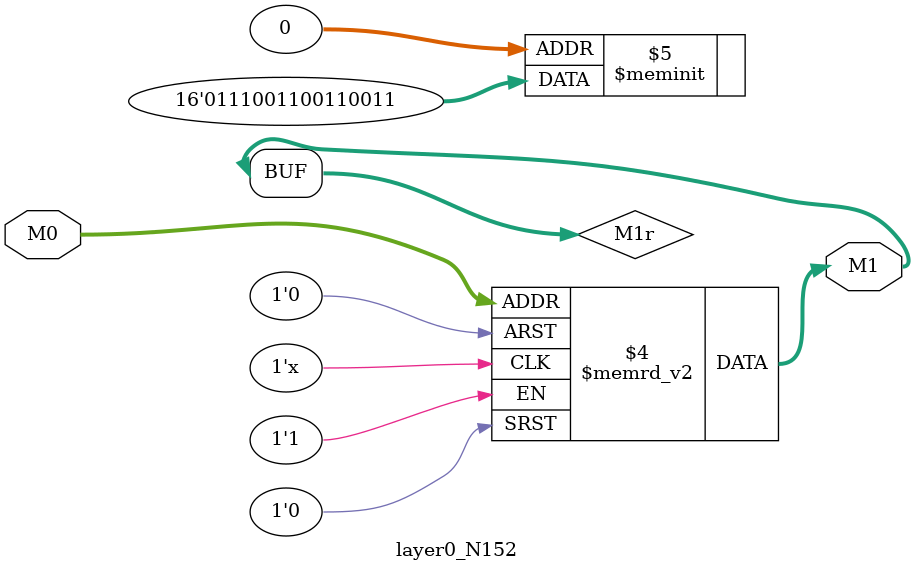
<source format=v>
module layer0_N152 ( input [2:0] M0, output [1:0] M1 );

	(*rom_style = "distributed" *) reg [1:0] M1r;
	assign M1 = M1r;
	always @ (M0) begin
		case (M0)
			3'b000: M1r = 2'b11;
			3'b100: M1r = 2'b11;
			3'b010: M1r = 2'b11;
			3'b110: M1r = 2'b11;
			3'b001: M1r = 2'b00;
			3'b101: M1r = 2'b00;
			3'b011: M1r = 2'b00;
			3'b111: M1r = 2'b01;

		endcase
	end
endmodule

</source>
